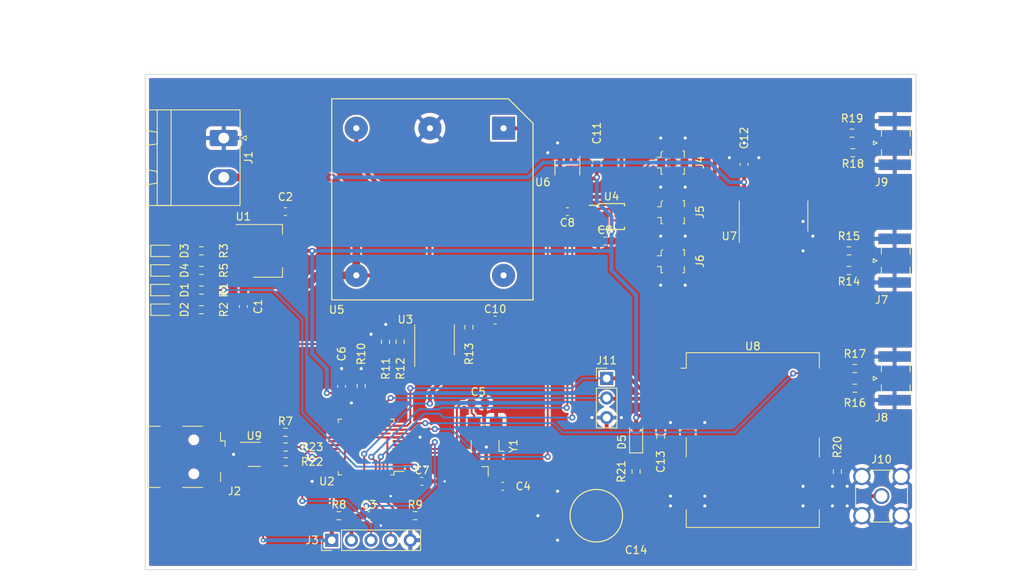
<source format=kicad_pcb>
(kicad_pcb (version 20221018) (generator pcbnew)

  (general
    (thickness 1.6)
  )

  (paper "A4")
  (layers
    (0 "F.Cu" signal)
    (31 "B.Cu" signal)
    (32 "B.Adhes" user "B.Adhesive")
    (33 "F.Adhes" user "F.Adhesive")
    (34 "B.Paste" user)
    (35 "F.Paste" user)
    (36 "B.SilkS" user "B.Silkscreen")
    (37 "F.SilkS" user "F.Silkscreen")
    (38 "B.Mask" user)
    (39 "F.Mask" user)
    (40 "Dwgs.User" user "User.Drawings")
    (41 "Cmts.User" user "User.Comments")
    (42 "Eco1.User" user "User.Eco1")
    (43 "Eco2.User" user "User.Eco2")
    (44 "Edge.Cuts" user)
    (45 "Margin" user)
    (46 "B.CrtYd" user "B.Courtyard")
    (47 "F.CrtYd" user "F.Courtyard")
    (48 "B.Fab" user)
    (49 "F.Fab" user)
    (50 "User.1" user)
    (51 "User.2" user)
    (52 "User.3" user)
    (53 "User.4" user)
    (54 "User.5" user)
    (55 "User.6" user)
    (56 "User.7" user)
    (57 "User.8" user)
    (58 "User.9" user)
  )

  (setup
    (pad_to_mask_clearance 0)
    (pcbplotparams
      (layerselection 0x00010fc_ffffffff)
      (plot_on_all_layers_selection 0x0000000_00000000)
      (disableapertmacros false)
      (usegerberextensions false)
      (usegerberattributes true)
      (usegerberadvancedattributes true)
      (creategerberjobfile true)
      (dashed_line_dash_ratio 12.000000)
      (dashed_line_gap_ratio 3.000000)
      (svgprecision 4)
      (plotframeref false)
      (viasonmask false)
      (mode 1)
      (useauxorigin false)
      (hpglpennumber 1)
      (hpglpenspeed 20)
      (hpglpendiameter 15.000000)
      (dxfpolygonmode true)
      (dxfimperialunits true)
      (dxfusepcbnewfont true)
      (psnegative false)
      (psa4output false)
      (plotreference true)
      (plotvalue true)
      (plotinvisibletext false)
      (sketchpadsonfab false)
      (subtractmaskfromsilk false)
      (outputformat 1)
      (mirror false)
      (drillshape 1)
      (scaleselection 1)
      (outputdirectory "")
    )
  )

  (net 0 "")
  (net 1 "+5V")
  (net 2 "GND")
  (net 3 "+3.3V")
  (net 4 "NRST")
  (net 5 "Net-(U2-PD0)")
  (net 6 "Net-(U2-PD1)")
  (net 7 "Net-(U3B-+)")
  (net 8 "Net-(U4-XA)")
  (net 9 "Net-(U8-V_BCKP)")
  (net 10 "Net-(D1-A)")
  (net 11 "unconnected-(J2-VBUS-Pad1)")
  (net 12 "Net-(J2-D-)")
  (net 13 "Net-(J2-D+)")
  (net 14 "unconnected-(J2-ID-Pad4)")
  (net 15 "SWDIO")
  (net 16 "SWCLK")
  (net 17 "Net-(J4-In)")
  (net 18 "Net-(J5-In)")
  (net 19 "Net-(J6-In)")
  (net 20 "Net-(J7-In)")
  (net 21 "Net-(J8-In)")
  (net 22 "Net-(J9-In)")
  (net 23 "Net-(J10-In)")
  (net 24 "GPS-TXD")
  (net 25 "GPS-RXD")
  (net 26 "USB-D+")
  (net 27 "USB-D-")
  (net 28 "/BOOT1")
  (net 29 "STATUS_LED")
  (net 30 "/BOOT0")
  (net 31 "Net-(U3A--)")
  (net 32 "Net-(R14-Pad2)")
  (net 33 "Net-(R15-Pad2)")
  (net 34 "Net-(R16-Pad2)")
  (net 35 "Net-(U8-V_ANT)")
  (net 36 "Net-(U8-VCC_RF)")
  (net 37 "unconnected-(U2-VBAT-Pad1)")
  (net 38 "unconnected-(U2-PC14-Pad3)")
  (net 39 "unconnected-(U2-PC15-Pad4)")
  (net 40 "10MHz")
  (net 41 "PPS")
  (net 42 "unconnected-(U2-PA4-Pad14)")
  (net 43 "unconnected-(U2-PA5-Pad15)")
  (net 44 "unconnected-(U2-PA7-Pad17)")
  (net 45 "unconnected-(U2-PB0-Pad18)")
  (net 46 "unconnected-(U2-PB1-Pad19)")
  (net 47 "unconnected-(U2-PB10-Pad21)")
  (net 48 "unconnected-(U2-PB11-Pad22)")
  (net 49 "unconnected-(U2-PB12-Pad25)")
  (net 50 "unconnected-(U2-PB13-Pad26)")
  (net 51 "unconnected-(U2-PB14-Pad27)")
  (net 52 "unconnected-(U2-PB15-Pad28)")
  (net 53 "unconnected-(U2-PA8-Pad29)")
  (net 54 "unconnected-(U2-PA9-Pad30)")
  (net 55 "unconnected-(U2-PA10-Pad31)")
  (net 56 "unconnected-(U2-PA15-Pad38)")
  (net 57 "unconnected-(U2-PB3-Pad39)")
  (net 58 "unconnected-(U2-PB4-Pad40)")
  (net 59 "unconnected-(U2-PB5-Pad41)")
  (net 60 "Net-(D3-A)")
  (net 61 "unconnected-(U2-PB7-Pad43)")
  (net 62 "FEC-PWM")
  (net 63 "Net-(U3B--)")
  (net 64 "unconnected-(U4-XB-Pad3)")
  (net 65 "SCL")
  (net 66 "SDA")
  (net 67 "Net-(U5-Out)")
  (net 68 "unconnected-(U5-VRef-Pad4)")
  (net 69 "unconnected-(U8-SDA2-Pad1)")
  (net 70 "unconnected-(U8-SCL2-Pad2)")
  (net 71 "unconnected-(U8-NC-Pad5)")
  (net 72 "unconnected-(U8-VCC_OUT-Pad8)")
  (net 73 "unconnected-(U8-NC-Pad9)")
  (net 74 "unconnected-(U8-RESET-Pad10)")
  (net 75 "unconnected-(U8-Reserved-Pad12)")
  (net 76 "unconnected-(U8-AADET_N-Pad20)")
  (net 77 "unconnected-(U8-Reserved-Pad21)")
  (net 78 "unconnected-(U8-Reserved-Pad22)")
  (net 79 "unconnected-(U8-Reserved-Pad23)")
  (net 80 "unconnected-(U8-VDDUSB-Pad24)")
  (net 81 "unconnected-(U8-USB_DM-Pad25)")
  (net 82 "unconnected-(U8-USB_DP-Pad26)")
  (net 83 "unconnected-(U8-EXTINT0-Pad27)")
  (net 84 "unconnected-(U6-NC-Pad1)")
  (net 85 "Net-(D4-A)")
  (net 86 "Net-(D2-A)")
  (net 87 "Net-(D5-K)")
  (net 88 "Net-(R12-Pad1)")
  (net 89 "Net-(R17-Pad2)")
  (net 90 "Net-(R18-Pad2)")
  (net 91 "Net-(R19-Pad2)")
  (net 92 "Net-(R22-Pad1)")
  (net 93 "Net-(R23-Pad2)")

  (footprint "Capacitor_SMD:C_0603_1608Metric_Pad1.08x0.95mm_HandSolder" (layer "F.Cu") (at 173.2575 129.54))

  (footprint "Resistor_SMD:R_0603_1608Metric_Pad0.98x0.95mm_HandSolder" (layer "F.Cu") (at 158.075 110.8475 90))

  (footprint "Connector_Coaxial:SMA_Amphenol_901-144_Vertical" (layer "F.Cu") (at 222.25 130.81))

  (footprint "Capacitor_SMD:C_0603_1608Metric_Pad1.08x0.95mm_HandSolder" (layer "F.Cu") (at 139.7 106.2725 -90))

  (footprint "Resistor_SMD:R_0603_1608Metric_Pad0.98x0.95mm_HandSolder" (layer "F.Cu") (at 145.1375 122.555))

  (footprint "Package_TO_SOT_SMD:SOT-23-5_HandSoldering" (layer "F.Cu") (at 181.61 88.345 -90))

  (footprint "Resistor_SMD:R_0603_1608Metric_Pad0.98x0.95mm_HandSolder" (layer "F.Cu") (at 218.5435 86.36 180))

  (footprint "Capacitor_SMD:C_0603_1608Metric_Pad1.08x0.95mm_HandSolder" (layer "F.Cu") (at 155.9295 133.35))

  (footprint "Capacitor_SMD:C_0603_1608Metric_Pad1.08x0.95mm_HandSolder" (layer "F.Cu") (at 185.42 87.4025 -90))

  (footprint "Connector_Coaxial:U.FL_Molex_MCRF_73412-0110_Vertical" (layer "F.Cu") (at 195.24 87.63 -90))

  (footprint "Connector_USB:USB_Mini-B_Wuerth_65100516121_Horizontal" (layer "F.Cu") (at 133.29 125.73 -90))

  (footprint "Resistor_SMD:R_0603_1608Metric_Pad0.98x0.95mm_HandSolder" (layer "F.Cu") (at 152.0425 133.35))

  (footprint "LED_SMD:LED_0603_1608Metric_Pad1.05x0.95mm_HandSolder" (layer "F.Cu") (at 129.3745 104.14))

  (footprint "Resistor_SMD:R_0603_1608Metric_Pad0.98x0.95mm_HandSolder" (layer "F.Cu") (at 159.98 110.8475 -90))

  (footprint "Resistor_SMD:R_0603_1608Metric_Pad0.98x0.95mm_HandSolder" (layer "F.Cu") (at 218.0355 101.6 180))

  (footprint "Connector_Coaxial:SMA_Samtec_SMA-J-P-X-ST-EM1_EdgeMount" (layer "F.Cu") (at 223.9375 100.33 90))

  (footprint "Resistor_SMD:R_0603_1608Metric_Pad0.98x0.95mm_HandSolder" (layer "F.Cu") (at 161.925 133.35))

  (footprint "Capacitor_SMD:C_0603_1608Metric_Pad1.08x0.95mm_HandSolder" (layer "F.Cu") (at 145.1375 93.98 180))

  (footprint "Resistor_SMD:R_0603_1608Metric_Pad0.98x0.95mm_HandSolder" (layer "F.Cu") (at 134.2625 99.06 180))

  (footprint "Capacitor_SMD:C_0603_1608Metric_Pad1.08x0.95mm_HandSolder" (layer "F.Cu") (at 204.47 87.8575 90))

  (footprint "Resistor_SMD:R_0603_1608Metric_Pad0.98x0.95mm_HandSolder" (layer "F.Cu") (at 218.7975 116.84 180))

  (footprint "Connector_Phoenix_MSTB:PhoenixContact_MSTBA_2,5_2-G-5,08_1x02_P5.08mm_Horizontal" (layer "F.Cu") (at 137.16 84.455 -90))

  (footprint "Connector_PinHeader_2.54mm:PinHeader_1x03_P2.54mm_Vertical" (layer "F.Cu") (at 186.69 115.57))

  (footprint "Resistor_SMD:R_0603_1608Metric_Pad0.98x0.95mm_HandSolder" (layer "F.Cu") (at 134.2625 106.68 180))

  (footprint "Package_TO_SOT_SMD:SOT-23-6" (layer "F.Cu") (at 141.1025 125.41))

  (footprint "Resistor_SMD:R_0603_1608Metric_Pad0.98x0.95mm_HandSolder" (layer "F.Cu") (at 218.44 83.82 180))

  (footprint "Connector_PinHeader_2.54mm:PinHeader_1x05_P2.54mm_Vertical" (layer "F.Cu") (at 151.13 136.525 90))

  (footprint "Crystal:Crystal_SMD_EuroQuartz_MJ-4Pin_5.0x3.2mm_HandSoldering" (layer "F.Cu") (at 170.97 124.305 90))

  (footprint "Diode_SMD:D_SOD-323_HandSoldering" (layer "F.Cu") (at 190.5 123.21 90))

  (footprint "DMS3R3224RF:DMS3R3224RF" (layer "F.Cu") (at 185.35 133.35 -90))

  (footprint "Capacitor_SMD:C_0603_1608Metric_Pad1.08x0.95mm_HandSolder" (layer "F.Cu") (at 181.61 93.98 180))

  (footprint "Capacitor_SMD:C_0603_1608Metric_Pad1.08x0.95mm_HandSolder" (layer "F.Cu") (at 193.675 123.19 -90))

  (footprint "Resistor_SMD:R_0603_1608Metric_Pad0.98x0.95mm_HandSolder" (layer "F.Cu") (at 134.2625 104.14 180))

  (footprint "Package_SO:SO-14_3.9x8.65mm_P1.27mm" (layer "F.Cu") (at 208.28 94.55 90))

  (footprint "Resistor_SMD:R_0603_1608Metric_Pad0.98x0.95mm_HandSolder" (layer "F.Cu") (at 168.87 108.9425 -90))

  (footprint "Resistor_SMD:R_0603_1608Metric_Pad0.98x0.95mm_HandSolder" (layer "F.Cu") (at 145.19 126.365))

  (footprint "Connector_Coaxial:SMA_Samtec_SMA-J-P-X-ST-EM1_EdgeMount" (layer "F.Cu") (at 223.9375 115.57 90))

  (footprint "LED_SMD:LED_0603_1608Metric_Pad1.05x0.95mm_HandSolder" (layer "F.Cu") (at 129.3875 99.06))

  (footprint "Package_TO_SOT_SMD:SOT-223-3_TabPin2" (layer "F.Cu") (at 142.85 99.06))

  (footprint "LED_SMD:LED_0603_1608Metric_Pad1.05x0.95mm_HandSolder" (layer "F.Cu") (at 129.3875 101.6))

  (footprint "Capacitor_SMD:C_0603_1608Metric_Pad1.08x0.95mm_HandSolder" (layer "F.Cu") (at 172.2725 108.03))

  (footprint "Capacitor_SMD:C_0603_1608Metric_Pad1.08x0.95mm_HandSolder" (layer "F.Cu") (at 152.4 116.6125 90))

  (footprint "Resistor_SMD:R_0603_1608Metric_Pad0.98x0.95mm_HandSolder" (layer "F.Cu") (at 190.5 127.635 -90))

  (footprint "Capacitor_SMD:C_0603_1608Metric_Pad1.08x0.95mm_HandSolder" (layer "F.Cu") (at 170.0825 118.745))

  (footprint "Package_SO:MSOP-10_3x3mm_P0.5mm" (layer "F.Cu") (at 187.325 94.615))

  (footprint "Capacitor_SMD:C_0603_1608Metric_Pad1.08x0.95mm_HandSolder" (layer "F.Cu") (at 186.4625 97.79))

  (footprint "Package_SO:SOIC-8_3.9x4.9mm_P1.27mm" (layer "F.Cu") (at 164.425 110.57 90))

  (footprint "Resistor_SMD:R_0603_1608Metric_Pad0.98x0.95mm_HandSolder" (layer "F.Cu")
    (tstamp b8c50a44-ed7c-4b7d-9371-905a537b333e)
    (at 218.7975 114.3 180)
    (descr "Resistor SMD 0603 (1608 Metric), square (rectangular) end terminal, IPC_7351 nominal with elongated pad for handsoldering. (Body size source: IPC-SM-782 page 72, https://www.pcb-3d.com/wordpress/wp-content/uploads/ipc-sm-782a_amendment_1_and_2.pdf), generated with kicad-footprint-generator")
    (tags "resistor handsolder")
    (property "Sheetfile" "tcxo.kicad_sch")
    (property "Sheetname" "TCXO")
    (property "ki_description" "Resistor")
    (property "ki_keywords" "R res resistor")
    (path "/b676244e-e6f2-4818-839e-cc6b0f699fef/8e5aad32-0697-4195-a784-d59f32b10cb3")
    (attr smd)
    (fp_text reference "R17" (at 0 1.905) (layer "F.SilkS")
        (effects (font (size 1 1) (thickness 0.15)))
      (tstamp 80b83d7c-bdce-47ee-a9c7-d7b7a3aa6c30)
    )
    (fp_text value "100" (at 0 1.43) (layer "F.Fab")
        (effects (font (size 1 1) (thickness 0.15)))
      (tstamp f0646ad6-1f7b-4ca1-83ec-0f21f92df68a)
    )
    (fp_text user "${REFERENCE}" (at 0 0) (layer "F.Fab")
        (effects (font (size 0.4 0.4) (thickness 0.06)))
      (tstamp 6eecc0fc-011c-4e81-998d-43d8c31e11f4)
    )
    (fp_line (start -0.254724 -0.5225) (end 0.254724 -0.5225)
      (stroke (width 0.12) (type solid)) (layer "F.SilkS") (tstamp 7d638289-e3ac-4a77-b773-9a28e8e09ba5))
    (fp_lin
... [689373 chars truncated]
</source>
